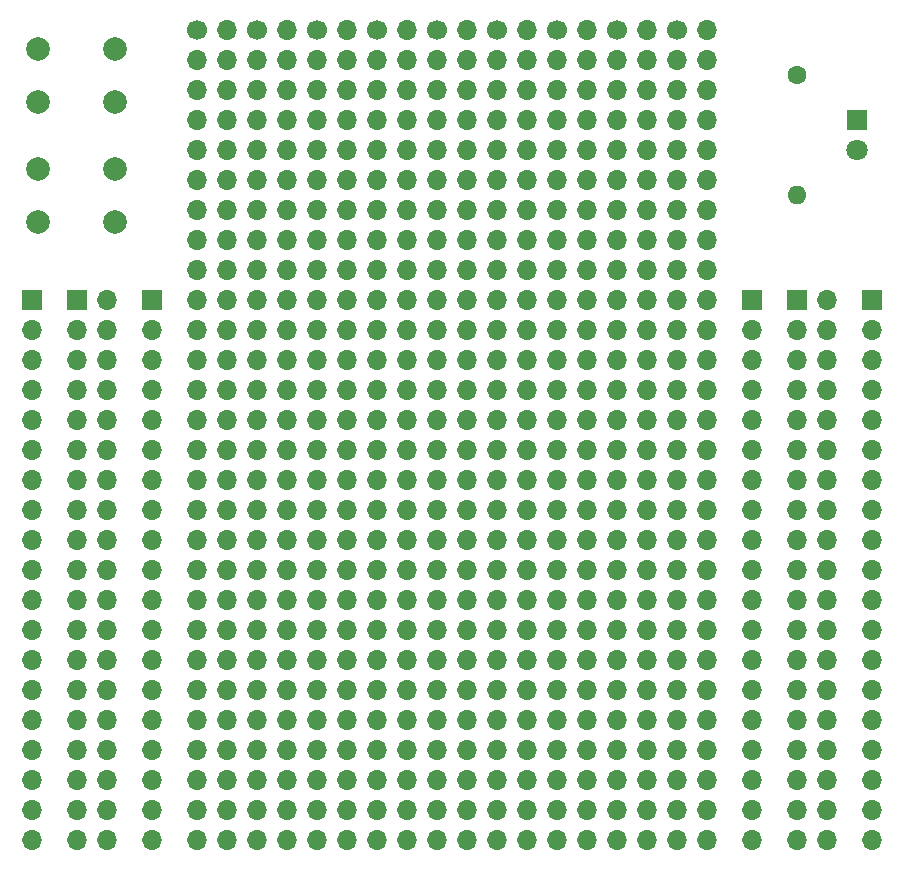
<source format=gbr>
G04 #@! TF.GenerationSoftware,KiCad,Pcbnew,7.0.1-3b83917a11~172~ubuntu22.04.1*
G04 #@! TF.CreationDate,2023-04-09T16:48:27+09:00*
G04 #@! TF.ProjectId,Akashi-15,416b6173-6869-42d3-9135-2e6b69636164,rev?*
G04 #@! TF.SameCoordinates,Original*
G04 #@! TF.FileFunction,Soldermask,Bot*
G04 #@! TF.FilePolarity,Negative*
%FSLAX46Y46*%
G04 Gerber Fmt 4.6, Leading zero omitted, Abs format (unit mm)*
G04 Created by KiCad (PCBNEW 7.0.1-3b83917a11~172~ubuntu22.04.1) date 2023-04-09 16:48:27*
%MOMM*%
%LPD*%
G01*
G04 APERTURE LIST*
%ADD10C,2.000000*%
%ADD11R,1.700000X1.700000*%
%ADD12O,1.700000X1.700000*%
%ADD13C,1.700000*%
%ADD14R,1.800000X1.800000*%
%ADD15C,1.800000*%
%ADD16C,1.600000*%
%ADD17O,1.600000X1.600000*%
G04 APERTURE END LIST*
D10*
X118670000Y-77760000D03*
X125170000Y-77760000D03*
X118670000Y-82260000D03*
X125170000Y-82260000D03*
D11*
X118110000Y-88900000D03*
D12*
X118110000Y-91440000D03*
X118110000Y-93980000D03*
X118110000Y-96520000D03*
X118110000Y-99060000D03*
X118110000Y-101600000D03*
X118110000Y-104140000D03*
X118110000Y-106680000D03*
X118110000Y-109220000D03*
X118110000Y-111760000D03*
X118110000Y-114300000D03*
X118110000Y-116840000D03*
X118110000Y-119380000D03*
X118110000Y-121920000D03*
X118110000Y-124460000D03*
X118110000Y-127000000D03*
X118110000Y-129540000D03*
X118110000Y-132080000D03*
X118110000Y-134620000D03*
D13*
X152400000Y-66040000D03*
D12*
X154940000Y-66040000D03*
X152400000Y-68580000D03*
X154940000Y-68580000D03*
X152400000Y-71120000D03*
X154940000Y-71120000D03*
X152400000Y-73660000D03*
X154940000Y-73660000D03*
X152400000Y-76200000D03*
X154940000Y-76200000D03*
X152400000Y-78740000D03*
X154940000Y-78740000D03*
X152400000Y-81280000D03*
X154940000Y-81280000D03*
X152400000Y-83820000D03*
X154940000Y-83820000D03*
X152400000Y-86360000D03*
X154940000Y-86360000D03*
X152400000Y-88900000D03*
X154940000Y-88900000D03*
X152400000Y-91440000D03*
X154940000Y-91440000D03*
X152400000Y-93980000D03*
X154940000Y-93980000D03*
X152400000Y-96520000D03*
X154940000Y-96520000D03*
X152400000Y-99060000D03*
X154940000Y-99060000D03*
X152400000Y-101600000D03*
X154940000Y-101600000D03*
X152400000Y-104140000D03*
X154940000Y-104140000D03*
X152400000Y-106680000D03*
X154940000Y-106680000D03*
X152400000Y-109220000D03*
X154940000Y-109220000D03*
X152400000Y-111760000D03*
X154940000Y-111760000D03*
X152400000Y-114300000D03*
X154940000Y-114300000D03*
X152400000Y-116840000D03*
X154940000Y-116840000D03*
X152400000Y-119380000D03*
X154940000Y-119380000D03*
X152400000Y-121920000D03*
X154940000Y-121920000D03*
X152400000Y-124460000D03*
X154940000Y-124460000D03*
X152400000Y-127000000D03*
X154940000Y-127000000D03*
X152400000Y-129540000D03*
X154940000Y-129540000D03*
X152400000Y-132080000D03*
X154940000Y-132080000D03*
X152400000Y-134620000D03*
X154940000Y-134620000D03*
D14*
X187960000Y-73660000D03*
D15*
X187960000Y-76200000D03*
D11*
X189230000Y-88900000D03*
D12*
X189230000Y-91440000D03*
X189230000Y-93980000D03*
X189230000Y-96520000D03*
X189230000Y-99060000D03*
X189230000Y-101600000D03*
X189230000Y-104140000D03*
X189230000Y-106680000D03*
X189230000Y-109220000D03*
X189230000Y-111760000D03*
X189230000Y-114300000D03*
X189230000Y-116840000D03*
X189230000Y-119380000D03*
X189230000Y-121920000D03*
X189230000Y-124460000D03*
X189230000Y-127000000D03*
X189230000Y-129540000D03*
X189230000Y-132080000D03*
X189230000Y-134620000D03*
D11*
X179070000Y-88900000D03*
D12*
X179070000Y-91440000D03*
X179070000Y-93980000D03*
X179070000Y-96520000D03*
X179070000Y-99060000D03*
X179070000Y-101600000D03*
X179070000Y-104140000D03*
X179070000Y-106680000D03*
X179070000Y-109220000D03*
X179070000Y-111760000D03*
X179070000Y-114300000D03*
X179070000Y-116840000D03*
X179070000Y-119380000D03*
X179070000Y-121920000D03*
X179070000Y-124460000D03*
X179070000Y-127000000D03*
X179070000Y-129540000D03*
X179070000Y-132080000D03*
X179070000Y-134620000D03*
D13*
X172720000Y-66040000D03*
D12*
X175260000Y-66040000D03*
X172720000Y-68580000D03*
X175260000Y-68580000D03*
X172720000Y-71120000D03*
X175260000Y-71120000D03*
X172720000Y-73660000D03*
X175260000Y-73660000D03*
X172720000Y-76200000D03*
X175260000Y-76200000D03*
X172720000Y-78740000D03*
X175260000Y-78740000D03*
X172720000Y-81280000D03*
X175260000Y-81280000D03*
X172720000Y-83820000D03*
X175260000Y-83820000D03*
X172720000Y-86360000D03*
X175260000Y-86360000D03*
X172720000Y-88900000D03*
X175260000Y-88900000D03*
X172720000Y-91440000D03*
X175260000Y-91440000D03*
X172720000Y-93980000D03*
X175260000Y-93980000D03*
X172720000Y-96520000D03*
X175260000Y-96520000D03*
X172720000Y-99060000D03*
X175260000Y-99060000D03*
X172720000Y-101600000D03*
X175260000Y-101600000D03*
X172720000Y-104140000D03*
X175260000Y-104140000D03*
X172720000Y-106680000D03*
X175260000Y-106680000D03*
X172720000Y-109220000D03*
X175260000Y-109220000D03*
X172720000Y-111760000D03*
X175260000Y-111760000D03*
X172720000Y-114300000D03*
X175260000Y-114300000D03*
X172720000Y-116840000D03*
X175260000Y-116840000D03*
X172720000Y-119380000D03*
X175260000Y-119380000D03*
X172720000Y-121920000D03*
X175260000Y-121920000D03*
X172720000Y-124460000D03*
X175260000Y-124460000D03*
X172720000Y-127000000D03*
X175260000Y-127000000D03*
X172720000Y-129540000D03*
X175260000Y-129540000D03*
X172720000Y-132080000D03*
X175260000Y-132080000D03*
X172720000Y-134620000D03*
X175260000Y-134620000D03*
D13*
X142240000Y-66040000D03*
D12*
X144780000Y-66040000D03*
X142240000Y-68580000D03*
X144780000Y-68580000D03*
X142240000Y-71120000D03*
X144780000Y-71120000D03*
X142240000Y-73660000D03*
X144780000Y-73660000D03*
X142240000Y-76200000D03*
X144780000Y-76200000D03*
X142240000Y-78740000D03*
X144780000Y-78740000D03*
X142240000Y-81280000D03*
X144780000Y-81280000D03*
X142240000Y-83820000D03*
X144780000Y-83820000D03*
X142240000Y-86360000D03*
X144780000Y-86360000D03*
X142240000Y-88900000D03*
X144780000Y-88900000D03*
X142240000Y-91440000D03*
X144780000Y-91440000D03*
X142240000Y-93980000D03*
X144780000Y-93980000D03*
X142240000Y-96520000D03*
X144780000Y-96520000D03*
X142240000Y-99060000D03*
X144780000Y-99060000D03*
X142240000Y-101600000D03*
X144780000Y-101600000D03*
X142240000Y-104140000D03*
X144780000Y-104140000D03*
X142240000Y-106680000D03*
X144780000Y-106680000D03*
X142240000Y-109220000D03*
X144780000Y-109220000D03*
X142240000Y-111760000D03*
X144780000Y-111760000D03*
X142240000Y-114300000D03*
X144780000Y-114300000D03*
X142240000Y-116840000D03*
X144780000Y-116840000D03*
X142240000Y-119380000D03*
X144780000Y-119380000D03*
X142240000Y-121920000D03*
X144780000Y-121920000D03*
X142240000Y-124460000D03*
X144780000Y-124460000D03*
X142240000Y-127000000D03*
X144780000Y-127000000D03*
X142240000Y-129540000D03*
X144780000Y-129540000D03*
X142240000Y-132080000D03*
X144780000Y-132080000D03*
X142240000Y-134620000D03*
X144780000Y-134620000D03*
D13*
X157480000Y-66040000D03*
D12*
X160020000Y-66040000D03*
X157480000Y-68580000D03*
X160020000Y-68580000D03*
X157480000Y-71120000D03*
X160020000Y-71120000D03*
X157480000Y-73660000D03*
X160020000Y-73660000D03*
X157480000Y-76200000D03*
X160020000Y-76200000D03*
X157480000Y-78740000D03*
X160020000Y-78740000D03*
X157480000Y-81280000D03*
X160020000Y-81280000D03*
X157480000Y-83820000D03*
X160020000Y-83820000D03*
X157480000Y-86360000D03*
X160020000Y-86360000D03*
X157480000Y-88900000D03*
X160020000Y-88900000D03*
X157480000Y-91440000D03*
X160020000Y-91440000D03*
X157480000Y-93980000D03*
X160020000Y-93980000D03*
X157480000Y-96520000D03*
X160020000Y-96520000D03*
X157480000Y-99060000D03*
X160020000Y-99060000D03*
X157480000Y-101600000D03*
X160020000Y-101600000D03*
X157480000Y-104140000D03*
X160020000Y-104140000D03*
X157480000Y-106680000D03*
X160020000Y-106680000D03*
X157480000Y-109220000D03*
X160020000Y-109220000D03*
X157480000Y-111760000D03*
X160020000Y-111760000D03*
X157480000Y-114300000D03*
X160020000Y-114300000D03*
X157480000Y-116840000D03*
X160020000Y-116840000D03*
X157480000Y-119380000D03*
X160020000Y-119380000D03*
X157480000Y-121920000D03*
X160020000Y-121920000D03*
X157480000Y-124460000D03*
X160020000Y-124460000D03*
X157480000Y-127000000D03*
X160020000Y-127000000D03*
X157480000Y-129540000D03*
X160020000Y-129540000D03*
X157480000Y-132080000D03*
X160020000Y-132080000D03*
X157480000Y-134620000D03*
X160020000Y-134620000D03*
D16*
X182880000Y-69850000D03*
D17*
X182880000Y-80010000D03*
D13*
X132080000Y-66040000D03*
D12*
X134620000Y-66040000D03*
X132080000Y-68580000D03*
X134620000Y-68580000D03*
X132080000Y-71120000D03*
X134620000Y-71120000D03*
X132080000Y-73660000D03*
X134620000Y-73660000D03*
X132080000Y-76200000D03*
X134620000Y-76200000D03*
X132080000Y-78740000D03*
X134620000Y-78740000D03*
X132080000Y-81280000D03*
X134620000Y-81280000D03*
X132080000Y-83820000D03*
X134620000Y-83820000D03*
X132080000Y-86360000D03*
X134620000Y-86360000D03*
X132080000Y-88900000D03*
X134620000Y-88900000D03*
X132080000Y-91440000D03*
X134620000Y-91440000D03*
X132080000Y-93980000D03*
X134620000Y-93980000D03*
X132080000Y-96520000D03*
X134620000Y-96520000D03*
X132080000Y-99060000D03*
X134620000Y-99060000D03*
X132080000Y-101600000D03*
X134620000Y-101600000D03*
X132080000Y-104140000D03*
X134620000Y-104140000D03*
X132080000Y-106680000D03*
X134620000Y-106680000D03*
X132080000Y-109220000D03*
X134620000Y-109220000D03*
X132080000Y-111760000D03*
X134620000Y-111760000D03*
X132080000Y-114300000D03*
X134620000Y-114300000D03*
X132080000Y-116840000D03*
X134620000Y-116840000D03*
X132080000Y-119380000D03*
X134620000Y-119380000D03*
X132080000Y-121920000D03*
X134620000Y-121920000D03*
X132080000Y-124460000D03*
X134620000Y-124460000D03*
X132080000Y-127000000D03*
X134620000Y-127000000D03*
X132080000Y-129540000D03*
X134620000Y-129540000D03*
X132080000Y-132080000D03*
X134620000Y-132080000D03*
X132080000Y-134620000D03*
X134620000Y-134620000D03*
D10*
X118670000Y-67600000D03*
X125170000Y-67600000D03*
X118670000Y-72100000D03*
X125170000Y-72100000D03*
D13*
X167640000Y-66040000D03*
D12*
X170180000Y-66040000D03*
X167640000Y-68580000D03*
X170180000Y-68580000D03*
X167640000Y-71120000D03*
X170180000Y-71120000D03*
X167640000Y-73660000D03*
X170180000Y-73660000D03*
X167640000Y-76200000D03*
X170180000Y-76200000D03*
X167640000Y-78740000D03*
X170180000Y-78740000D03*
X167640000Y-81280000D03*
X170180000Y-81280000D03*
X167640000Y-83820000D03*
X170180000Y-83820000D03*
X167640000Y-86360000D03*
X170180000Y-86360000D03*
X167640000Y-88900000D03*
X170180000Y-88900000D03*
X167640000Y-91440000D03*
X170180000Y-91440000D03*
X167640000Y-93980000D03*
X170180000Y-93980000D03*
X167640000Y-96520000D03*
X170180000Y-96520000D03*
X167640000Y-99060000D03*
X170180000Y-99060000D03*
X167640000Y-101600000D03*
X170180000Y-101600000D03*
X167640000Y-104140000D03*
X170180000Y-104140000D03*
X167640000Y-106680000D03*
X170180000Y-106680000D03*
X167640000Y-109220000D03*
X170180000Y-109220000D03*
X167640000Y-111760000D03*
X170180000Y-111760000D03*
X167640000Y-114300000D03*
X170180000Y-114300000D03*
X167640000Y-116840000D03*
X170180000Y-116840000D03*
X167640000Y-119380000D03*
X170180000Y-119380000D03*
X167640000Y-121920000D03*
X170180000Y-121920000D03*
X167640000Y-124460000D03*
X170180000Y-124460000D03*
X167640000Y-127000000D03*
X170180000Y-127000000D03*
X167640000Y-129540000D03*
X170180000Y-129540000D03*
X167640000Y-132080000D03*
X170180000Y-132080000D03*
X167640000Y-134620000D03*
X170180000Y-134620000D03*
D13*
X137160000Y-66040000D03*
D12*
X139700000Y-66040000D03*
X137160000Y-68580000D03*
X139700000Y-68580000D03*
X137160000Y-71120000D03*
X139700000Y-71120000D03*
X137160000Y-73660000D03*
X139700000Y-73660000D03*
X137160000Y-76200000D03*
X139700000Y-76200000D03*
X137160000Y-78740000D03*
X139700000Y-78740000D03*
X137160000Y-81280000D03*
X139700000Y-81280000D03*
X137160000Y-83820000D03*
X139700000Y-83820000D03*
X137160000Y-86360000D03*
X139700000Y-86360000D03*
X137160000Y-88900000D03*
X139700000Y-88900000D03*
X137160000Y-91440000D03*
X139700000Y-91440000D03*
X137160000Y-93980000D03*
X139700000Y-93980000D03*
X137160000Y-96520000D03*
X139700000Y-96520000D03*
X137160000Y-99060000D03*
X139700000Y-99060000D03*
X137160000Y-101600000D03*
X139700000Y-101600000D03*
X137160000Y-104140000D03*
X139700000Y-104140000D03*
X137160000Y-106680000D03*
X139700000Y-106680000D03*
X137160000Y-109220000D03*
X139700000Y-109220000D03*
X137160000Y-111760000D03*
X139700000Y-111760000D03*
X137160000Y-114300000D03*
X139700000Y-114300000D03*
X137160000Y-116840000D03*
X139700000Y-116840000D03*
X137160000Y-119380000D03*
X139700000Y-119380000D03*
X137160000Y-121920000D03*
X139700000Y-121920000D03*
X137160000Y-124460000D03*
X139700000Y-124460000D03*
X137160000Y-127000000D03*
X139700000Y-127000000D03*
X137160000Y-129540000D03*
X139700000Y-129540000D03*
X137160000Y-132080000D03*
X139700000Y-132080000D03*
X137160000Y-134620000D03*
X139700000Y-134620000D03*
D11*
X128270000Y-88900000D03*
D12*
X128270000Y-91440000D03*
X128270000Y-93980000D03*
X128270000Y-96520000D03*
X128270000Y-99060000D03*
X128270000Y-101600000D03*
X128270000Y-104140000D03*
X128270000Y-106680000D03*
X128270000Y-109220000D03*
X128270000Y-111760000D03*
X128270000Y-114300000D03*
X128270000Y-116840000D03*
X128270000Y-119380000D03*
X128270000Y-121920000D03*
X128270000Y-124460000D03*
X128270000Y-127000000D03*
X128270000Y-129540000D03*
X128270000Y-132080000D03*
X128270000Y-134620000D03*
D13*
X147320000Y-66040000D03*
D12*
X149860000Y-66040000D03*
X147320000Y-68580000D03*
X149860000Y-68580000D03*
X147320000Y-71120000D03*
X149860000Y-71120000D03*
X147320000Y-73660000D03*
X149860000Y-73660000D03*
X147320000Y-76200000D03*
X149860000Y-76200000D03*
X147320000Y-78740000D03*
X149860000Y-78740000D03*
X147320000Y-81280000D03*
X149860000Y-81280000D03*
X147320000Y-83820000D03*
X149860000Y-83820000D03*
X147320000Y-86360000D03*
X149860000Y-86360000D03*
X147320000Y-88900000D03*
X149860000Y-88900000D03*
X147320000Y-91440000D03*
X149860000Y-91440000D03*
X147320000Y-93980000D03*
X149860000Y-93980000D03*
X147320000Y-96520000D03*
X149860000Y-96520000D03*
X147320000Y-99060000D03*
X149860000Y-99060000D03*
X147320000Y-101600000D03*
X149860000Y-101600000D03*
X147320000Y-104140000D03*
X149860000Y-104140000D03*
X147320000Y-106680000D03*
X149860000Y-106680000D03*
X147320000Y-109220000D03*
X149860000Y-109220000D03*
X147320000Y-111760000D03*
X149860000Y-111760000D03*
X147320000Y-114300000D03*
X149860000Y-114300000D03*
X147320000Y-116840000D03*
X149860000Y-116840000D03*
X147320000Y-119380000D03*
X149860000Y-119380000D03*
X147320000Y-121920000D03*
X149860000Y-121920000D03*
X147320000Y-124460000D03*
X149860000Y-124460000D03*
X147320000Y-127000000D03*
X149860000Y-127000000D03*
X147320000Y-129540000D03*
X149860000Y-129540000D03*
X147320000Y-132080000D03*
X149860000Y-132080000D03*
X147320000Y-134620000D03*
X149860000Y-134620000D03*
D13*
X162560000Y-66040000D03*
D12*
X165100000Y-66040000D03*
X162560000Y-68580000D03*
X165100000Y-68580000D03*
X162560000Y-71120000D03*
X165100000Y-71120000D03*
X162560000Y-73660000D03*
X165100000Y-73660000D03*
X162560000Y-76200000D03*
X165100000Y-76200000D03*
X162560000Y-78740000D03*
X165100000Y-78740000D03*
X162560000Y-81280000D03*
X165100000Y-81280000D03*
X162560000Y-83820000D03*
X165100000Y-83820000D03*
X162560000Y-86360000D03*
X165100000Y-86360000D03*
X162560000Y-88900000D03*
X165100000Y-88900000D03*
X162560000Y-91440000D03*
X165100000Y-91440000D03*
X162560000Y-93980000D03*
X165100000Y-93980000D03*
X162560000Y-96520000D03*
X165100000Y-96520000D03*
X162560000Y-99060000D03*
X165100000Y-99060000D03*
X162560000Y-101600000D03*
X165100000Y-101600000D03*
X162560000Y-104140000D03*
X165100000Y-104140000D03*
X162560000Y-106680000D03*
X165100000Y-106680000D03*
X162560000Y-109220000D03*
X165100000Y-109220000D03*
X162560000Y-111760000D03*
X165100000Y-111760000D03*
X162560000Y-114300000D03*
X165100000Y-114300000D03*
X162560000Y-116840000D03*
X165100000Y-116840000D03*
X162560000Y-119380000D03*
X165100000Y-119380000D03*
X162560000Y-121920000D03*
X165100000Y-121920000D03*
X162560000Y-124460000D03*
X165100000Y-124460000D03*
X162560000Y-127000000D03*
X165100000Y-127000000D03*
X162560000Y-129540000D03*
X165100000Y-129540000D03*
X162560000Y-132080000D03*
X165100000Y-132080000D03*
X162560000Y-134620000D03*
X165100000Y-134620000D03*
D11*
X182880000Y-88900000D03*
D12*
X185420000Y-88900000D03*
X182880000Y-91440000D03*
X185420000Y-91440000D03*
X182880000Y-93980000D03*
X185420000Y-93980000D03*
X182880000Y-96520000D03*
X185420000Y-96520000D03*
X182880000Y-99060000D03*
X185420000Y-99060000D03*
X182880000Y-101600000D03*
X185420000Y-101600000D03*
X182880000Y-104140000D03*
X185420000Y-104140000D03*
X182880000Y-106680000D03*
X185420000Y-106680000D03*
X182880000Y-109220000D03*
X185420000Y-109220000D03*
X182880000Y-111760000D03*
X185420000Y-111760000D03*
X182880000Y-114300000D03*
X185420000Y-114300000D03*
X182880000Y-116840000D03*
X185420000Y-116840000D03*
X182880000Y-119380000D03*
X185420000Y-119380000D03*
X182880000Y-121920000D03*
X185420000Y-121920000D03*
X182880000Y-124460000D03*
X185420000Y-124460000D03*
X182880000Y-127000000D03*
X185420000Y-127000000D03*
X182880000Y-129540000D03*
X185420000Y-129540000D03*
X182880000Y-132080000D03*
X185420000Y-132080000D03*
X182880000Y-134620000D03*
X185420000Y-134620000D03*
D11*
X121920000Y-88900000D03*
D12*
X124460000Y-88900000D03*
X121920000Y-91440000D03*
X124460000Y-91440000D03*
X121920000Y-93980000D03*
X124460000Y-93980000D03*
X121920000Y-96520000D03*
X124460000Y-96520000D03*
X121920000Y-99060000D03*
X124460000Y-99060000D03*
X121920000Y-101600000D03*
X124460000Y-101600000D03*
X121920000Y-104140000D03*
X124460000Y-104140000D03*
X121920000Y-106680000D03*
X124460000Y-106680000D03*
X121920000Y-109220000D03*
X124460000Y-109220000D03*
X121920000Y-111760000D03*
X124460000Y-111760000D03*
X121920000Y-114300000D03*
X124460000Y-114300000D03*
X121920000Y-116840000D03*
X124460000Y-116840000D03*
X121920000Y-119380000D03*
X124460000Y-119380000D03*
X121920000Y-121920000D03*
X124460000Y-121920000D03*
X121920000Y-124460000D03*
X124460000Y-124460000D03*
X121920000Y-127000000D03*
X124460000Y-127000000D03*
X121920000Y-129540000D03*
X124460000Y-129540000D03*
X121920000Y-132080000D03*
X124460000Y-132080000D03*
X121920000Y-134620000D03*
X124460000Y-134620000D03*
M02*

</source>
